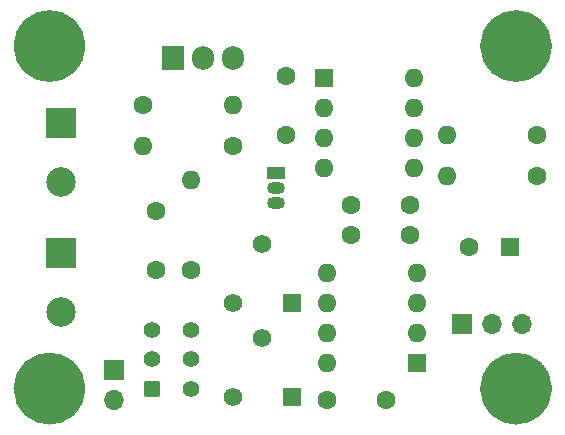
<source format=gbs>
G04 #@! TF.GenerationSoftware,KiCad,Pcbnew,8.0.6*
G04 #@! TF.CreationDate,2024-12-30T14:34:09+01:00*
G04 #@! TF.ProjectId,UselessBox,5573656c-6573-4734-926f-782e6b696361,1*
G04 #@! TF.SameCoordinates,Original*
G04 #@! TF.FileFunction,Soldermask,Bot*
G04 #@! TF.FilePolarity,Negative*
%FSLAX46Y46*%
G04 Gerber Fmt 4.6, Leading zero omitted, Abs format (unit mm)*
G04 Created by KiCad (PCBNEW 8.0.6) date 2024-12-30 14:34:09*
%MOMM*%
%LPD*%
G01*
G04 APERTURE LIST*
G04 Aperture macros list*
%AMRoundRect*
0 Rectangle with rounded corners*
0 $1 Rounding radius*
0 $2 $3 $4 $5 $6 $7 $8 $9 X,Y pos of 4 corners*
0 Add a 4 corners polygon primitive as box body*
4,1,4,$2,$3,$4,$5,$6,$7,$8,$9,$2,$3,0*
0 Add four circle primitives for the rounded corners*
1,1,$1+$1,$2,$3*
1,1,$1+$1,$4,$5*
1,1,$1+$1,$6,$7*
1,1,$1+$1,$8,$9*
0 Add four rect primitives between the rounded corners*
20,1,$1+$1,$2,$3,$4,$5,0*
20,1,$1+$1,$4,$5,$6,$7,0*
20,1,$1+$1,$6,$7,$8,$9,0*
20,1,$1+$1,$8,$9,$2,$3,0*%
G04 Aperture macros list end*
%ADD10C,3.050000*%
%ADD11R,1.700000X1.700000*%
%ADD12O,1.700000X1.700000*%
%ADD13R,2.500000X2.500000*%
%ADD14C,2.500000*%
%ADD15R,1.600000X1.600000*%
%ADD16O,1.600000X1.600000*%
%ADD17RoundRect,0.250000X0.450000X-0.450000X0.450000X0.450000X-0.450000X0.450000X-0.450000X-0.450000X0*%
%ADD18C,1.400000*%
%ADD19R,1.560000X1.560000*%
%ADD20C,1.560000*%
%ADD21C,1.600000*%
%ADD22R,1.500000X1.050000*%
%ADD23O,1.500000X1.050000*%
%ADD24R,1.905000X2.000000*%
%ADD25O,1.905000X2.000000*%
G04 APERTURE END LIST*
D10*
X135025000Y-93000000D02*
G75*
G02*
X131975000Y-93000000I-1525000J0D01*
G01*
X131975000Y-93000000D02*
G75*
G02*
X135025000Y-93000000I1525000J0D01*
G01*
X174525000Y-93000000D02*
G75*
G02*
X171475000Y-93000000I-1525000J0D01*
G01*
X171475000Y-93000000D02*
G75*
G02*
X174525000Y-93000000I1525000J0D01*
G01*
X174525000Y-64000000D02*
G75*
G02*
X171475000Y-64000000I-1525000J0D01*
G01*
X171475000Y-64000000D02*
G75*
G02*
X174525000Y-64000000I1525000J0D01*
G01*
X135025000Y-64000000D02*
G75*
G02*
X131975000Y-64000000I-1525000J0D01*
G01*
X131975000Y-64000000D02*
G75*
G02*
X135025000Y-64000000I1525000J0D01*
G01*
D11*
X139000000Y-91460000D03*
D12*
X139000000Y-94000000D03*
D11*
X168420000Y-87500000D03*
D12*
X170960000Y-87500000D03*
X173500000Y-87500000D03*
D13*
X134500000Y-70500000D03*
D14*
X134500000Y-75500000D03*
D13*
X134500000Y-81500000D03*
D14*
X134500000Y-86500000D03*
D15*
X164620000Y-90800000D03*
D16*
X164620000Y-88260000D03*
X164620000Y-85720000D03*
X164620000Y-83180000D03*
X157000000Y-83180000D03*
X157000000Y-85720000D03*
X157000000Y-88260000D03*
X157000000Y-90800000D03*
D15*
X156700000Y-66700000D03*
D16*
X156700000Y-69240000D03*
X156700000Y-71780000D03*
X156700000Y-74320000D03*
X164320000Y-74320000D03*
X164320000Y-71780000D03*
X164320000Y-69240000D03*
X164320000Y-66700000D03*
D17*
X142200000Y-93000000D03*
D18*
X142200000Y-90500000D03*
X142200000Y-88000000D03*
X145500000Y-88000000D03*
X145500000Y-90500000D03*
X145500000Y-93000000D03*
D19*
X154000000Y-85740000D03*
D20*
X151500000Y-80740000D03*
X149000000Y-85740000D03*
D19*
X154000000Y-93680000D03*
D20*
X151500000Y-88680000D03*
X149000000Y-93680000D03*
D21*
X145500000Y-83000000D03*
D16*
X145500000Y-75380000D03*
D21*
X149000000Y-72500000D03*
D16*
X141380000Y-72500000D03*
D21*
X141380000Y-69000000D03*
D16*
X149000000Y-69000000D03*
D21*
X174810000Y-71500000D03*
D16*
X167190000Y-71500000D03*
X167190000Y-75000000D03*
D21*
X174810000Y-75000000D03*
D22*
X152640000Y-74730000D03*
D23*
X152640000Y-76000000D03*
X152640000Y-77270000D03*
D24*
X143920000Y-65000000D03*
D25*
X146460000Y-65000000D03*
X149000000Y-65000000D03*
D21*
X142500000Y-78000000D03*
X142500000Y-83000000D03*
D15*
X172500000Y-81000000D03*
D21*
X169000000Y-81000000D03*
X157000000Y-94000000D03*
X162000000Y-94000000D03*
X159000000Y-80000000D03*
X164000000Y-80000000D03*
X164000000Y-77470000D03*
X159000000Y-77470000D03*
X153500000Y-71500000D03*
X153500000Y-66500000D03*
M02*

</source>
